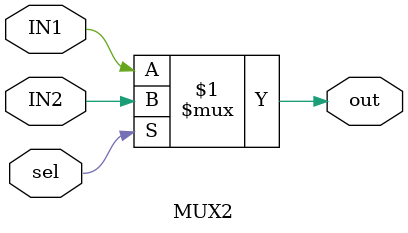
<source format=v>
module MUX2#(parameter WIDTH=1)(
	input wire [WIDTH-1:0] IN1,
input wire [WIDTH-1:0] IN2,
input wire sel,
output wire [WIDTH-1:0] out
);

assign out=(sel?IN2:IN1); 

endmodule 

</source>
